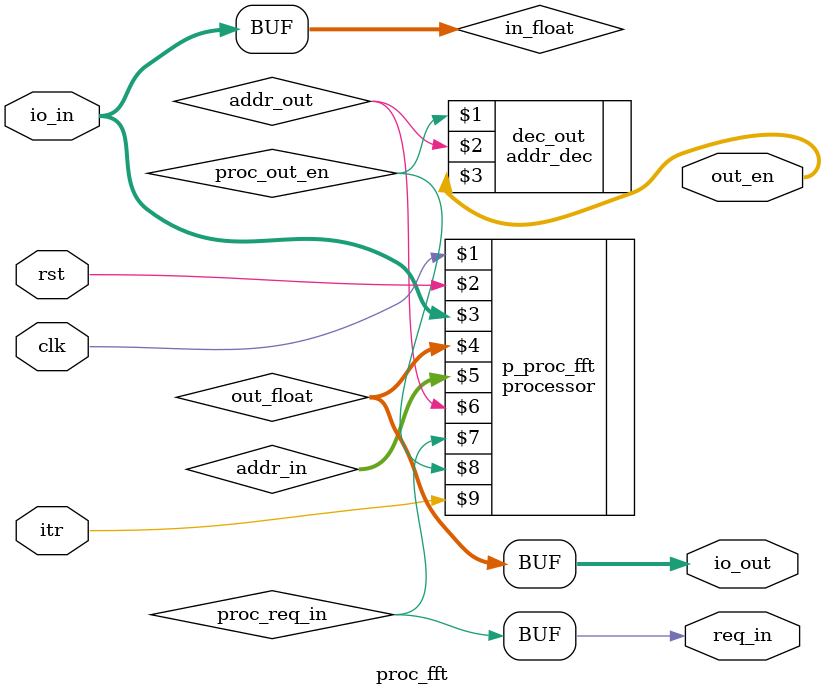
<source format=v>
module proc_fft (
input clk, rst,
input signed [31:0] io_in,
output signed [31:0] io_out,
output [0:0] req_in,
output [1:0] out_en,
input itr);

wire signed [31:0] in_float;
wire signed [31:0] out_float;

assign in_float = io_in;

wire proc_req_in, proc_out_en;
wire [-1:0] addr_in;
wire [0:0] addr_out;

processor
#(.NUBITS(32),
.NBMANT(23),
.NBEXPO(8),
.NUGAIN(128),
.MDATAS(75),
.MINSTS(378),
.SDEPTH(10),
.NUIOIN(1),
.NUIOOU(2),
.FFTSIZ(3),
.CAL(1),
.LES(1),
.MLT(1),
.ADD(1),
.ILI(1),
.F_MLT(1),
.F_NEG(1),
.F_ADD(1),
.F_NEG_M(1),
.LDI(1),
.SRF(1),
.F2I(1),
.DFILE("proc_fft_data.mif"),
.IFILE("proc_fft_inst.mif")
) p_proc_fft (clk, rst, in_float, out_float, addr_in, addr_out, proc_req_in, proc_out_en, itr);

assign io_out = out_float;

assign req_in = proc_req_in;
addr_dec #(2) dec_out(proc_out_en, addr_out, out_en);

endmodule
</source>
